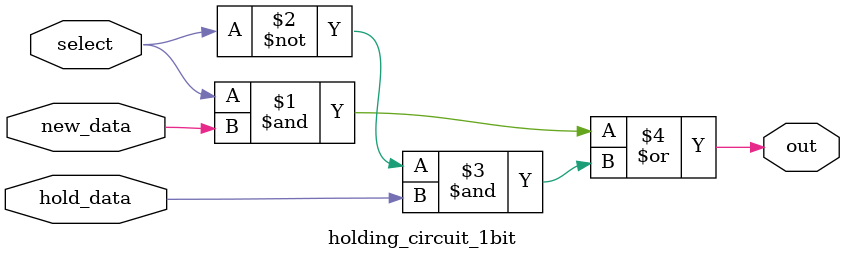
<source format=v>
module holding_circuit_1bit(
    input  wire select,      // セレクト信号 (例: SRx)
    input  wire new_data,    // 新しいデータ入力 (例: Sbus)
    input  wire hold_data,   // 保持するデータ (例: r_d)
    output wire out          // 出力
);

    // ロジック演算
    assign out = (select & new_data) | (~select & hold_data);

endmodule

</source>
